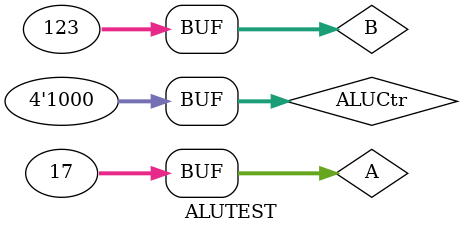
<source format=v>
`timescale 1ns / 1ps


module ALUTEST;

	// Inputs
	reg [31:0] A;
	reg [31:0] B;
	reg [3:0] ALUCtr;

	// Outputs
	wire [31:0] Result;

	// Instantiate the Unit Under Test (UUT)
	ALU uut (
		.A(A), 
		.B(B), 
		.ALUCtr(ALUCtr), 
		.Result(Result)
	);

	initial begin
		// Initialize Inputs
		A = 5'b10001;
		B = 32'd123;
		ALUCtr = 8;

		// Wait 100 ns for global reset to finish
		#100;
        
		// Add stimulus here

	end
      
endmodule


</source>
